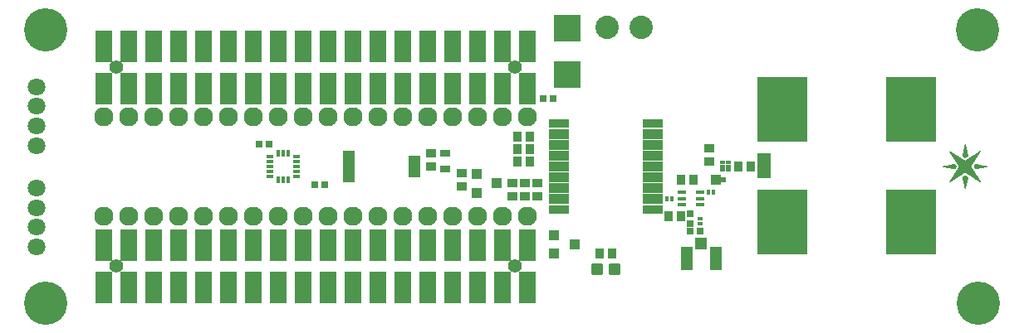
<source format=gts>
G75*
%MOIN*%
%OFA0B0*%
%FSLAX25Y25*%
%IPPOS*%
%LPD*%
%AMOC8*
5,1,8,0,0,1.08239X$1,22.5*
%
%ADD10R,0.02769X0.01784*%
%ADD11R,0.01784X0.02769*%
%ADD12R,0.02769X0.02769*%
%ADD13R,0.04300X0.03900*%
%ADD14C,0.09400*%
%ADD15R,0.10800X0.10800*%
%ADD16C,0.07700*%
%ADD17R,0.06800X0.12800*%
%ADD18C,0.05524*%
%ADD19C,0.01421*%
%ADD20R,0.03556X0.04343*%
%ADD21R,0.04343X0.03556*%
%ADD22R,0.07887X0.03556*%
%ADD23R,0.07887X0.03950*%
%ADD24R,0.04737X0.04934*%
%ADD25R,0.04934X0.09461*%
%ADD26R,0.03950X0.03162*%
%ADD27R,0.05524X0.09855*%
%ADD28R,0.20485X0.26391*%
%ADD29C,0.07099*%
%ADD30R,0.04737X0.08674*%
%ADD31R,0.05131X0.12611*%
%ADD32R,0.04343X0.03950*%
%ADD33R,0.03543X0.01772*%
%ADD34R,0.02178X0.02473*%
%ADD35R,0.02126X0.01339*%
%ADD36R,0.01784X0.02178*%
%ADD37R,0.02178X0.01784*%
%ADD38C,0.00100*%
%ADD39C,0.17398*%
D10*
X0135595Y0125191D03*
X0135595Y0127159D03*
X0135595Y0129128D03*
X0135595Y0131096D03*
X0135595Y0133065D03*
X0146225Y0133065D03*
X0146225Y0131096D03*
X0146225Y0129128D03*
X0146225Y0127159D03*
X0146225Y0125191D03*
D11*
X0142879Y0123813D03*
X0140910Y0123813D03*
X0138942Y0123813D03*
X0138942Y0134443D03*
X0140910Y0134443D03*
X0142879Y0134443D03*
D12*
X0135253Y0137990D03*
X0131253Y0137990D03*
X0153430Y0121962D03*
X0157430Y0121962D03*
X0245245Y0156592D03*
X0249245Y0156592D03*
X0304122Y0110093D03*
X0304122Y0106093D03*
X0304322Y0102993D03*
X0308322Y0102993D03*
D13*
X0226422Y0122389D03*
X0218422Y0118589D03*
X0218422Y0126189D03*
D14*
X0270863Y0185293D03*
X0284642Y0185293D03*
D15*
X0254839Y0184673D03*
X0254839Y0166173D03*
D16*
X0238934Y0149128D03*
X0228934Y0149128D03*
X0218934Y0149128D03*
X0208934Y0149128D03*
X0198934Y0149128D03*
X0188934Y0149128D03*
X0178934Y0149128D03*
X0168934Y0149128D03*
X0158934Y0149128D03*
X0148934Y0149128D03*
X0138934Y0149128D03*
X0128934Y0149128D03*
X0118934Y0149128D03*
X0108934Y0149128D03*
X0098934Y0149128D03*
X0088934Y0149128D03*
X0078934Y0149128D03*
X0068934Y0149128D03*
X0068934Y0109128D03*
X0078934Y0109128D03*
X0088934Y0109128D03*
X0098934Y0109128D03*
X0108934Y0109128D03*
X0118934Y0109128D03*
X0128934Y0109128D03*
X0138934Y0109128D03*
X0148934Y0109128D03*
X0158934Y0109128D03*
X0168934Y0109128D03*
X0178934Y0109128D03*
X0188934Y0109128D03*
X0198934Y0109128D03*
X0208934Y0109128D03*
X0218934Y0109128D03*
X0228934Y0109128D03*
X0238934Y0109128D03*
D17*
X0238934Y0097628D03*
X0228934Y0097628D03*
X0218934Y0097628D03*
X0208934Y0097628D03*
X0198934Y0097628D03*
X0188934Y0097628D03*
X0178934Y0097628D03*
X0168934Y0097628D03*
X0158934Y0097628D03*
X0148934Y0097628D03*
X0138934Y0097628D03*
X0128934Y0097628D03*
X0118934Y0097628D03*
X0108934Y0097628D03*
X0098934Y0097628D03*
X0088934Y0097628D03*
X0078934Y0097628D03*
X0068934Y0097628D03*
X0068934Y0080628D03*
X0078934Y0080628D03*
X0088934Y0080628D03*
X0098934Y0080628D03*
X0108934Y0080628D03*
X0118934Y0080628D03*
X0128934Y0080628D03*
X0138934Y0080628D03*
X0148934Y0080628D03*
X0158934Y0080628D03*
X0168934Y0080628D03*
X0178934Y0080628D03*
X0188934Y0080628D03*
X0198934Y0080628D03*
X0208934Y0080628D03*
X0218934Y0080628D03*
X0228934Y0080628D03*
X0238934Y0080628D03*
X0238934Y0160628D03*
X0228934Y0160628D03*
X0218934Y0160628D03*
X0208934Y0160628D03*
X0198934Y0160628D03*
X0188934Y0160628D03*
X0178934Y0160628D03*
X0168934Y0160628D03*
X0158934Y0160628D03*
X0148934Y0160628D03*
X0138934Y0160628D03*
X0128934Y0160628D03*
X0118934Y0160628D03*
X0108934Y0160628D03*
X0098934Y0160628D03*
X0088934Y0160628D03*
X0078934Y0160628D03*
X0068934Y0160628D03*
X0068934Y0177628D03*
X0078934Y0177628D03*
X0088934Y0177628D03*
X0098934Y0177628D03*
X0108934Y0177628D03*
X0118934Y0177628D03*
X0128934Y0177628D03*
X0138934Y0177628D03*
X0148934Y0177628D03*
X0158934Y0177628D03*
X0168934Y0177628D03*
X0178934Y0177628D03*
X0188934Y0177628D03*
X0198934Y0177628D03*
X0208934Y0177628D03*
X0218934Y0177628D03*
X0228934Y0177628D03*
X0238934Y0177628D03*
D18*
X0233934Y0169128D03*
X0233934Y0089128D03*
X0073934Y0089128D03*
X0073934Y0169128D03*
D19*
X0268631Y0089451D02*
X0268631Y0086135D01*
X0265315Y0086135D01*
X0265315Y0089451D01*
X0268631Y0089451D01*
X0268631Y0087555D02*
X0265315Y0087555D01*
X0265315Y0088975D02*
X0268631Y0088975D01*
X0275537Y0089451D02*
X0275537Y0086135D01*
X0272221Y0086135D01*
X0272221Y0089451D01*
X0275537Y0089451D01*
X0275537Y0087555D02*
X0272221Y0087555D01*
X0272221Y0088975D02*
X0275537Y0088975D01*
D20*
X0272977Y0094293D03*
X0267859Y0094293D03*
X0295363Y0109293D03*
X0300481Y0109293D03*
X0300363Y0123793D03*
X0305481Y0123793D03*
X0323363Y0129293D03*
X0328481Y0129293D03*
X0239981Y0131289D03*
X0234863Y0131289D03*
X0234863Y0136297D03*
X0239981Y0136297D03*
X0239981Y0141297D03*
X0234863Y0141297D03*
D21*
X0212422Y0126348D03*
X0212422Y0121230D03*
X0200087Y0129210D03*
X0200087Y0134328D03*
X0232926Y0122352D03*
X0237922Y0122352D03*
X0242926Y0122352D03*
X0242926Y0117234D03*
X0237922Y0117234D03*
X0232926Y0117234D03*
X0311922Y0131234D03*
X0311922Y0136352D03*
D22*
X0289040Y0146557D03*
X0251638Y0146557D03*
X0251638Y0111911D03*
X0289040Y0111911D03*
D23*
X0289040Y0116242D03*
X0289040Y0120573D03*
X0289040Y0124903D03*
X0289040Y0129234D03*
X0289040Y0133565D03*
X0289040Y0137895D03*
X0289040Y0142226D03*
X0251638Y0142226D03*
X0251638Y0137895D03*
X0251638Y0133565D03*
X0251638Y0129234D03*
X0251638Y0124903D03*
X0251638Y0120573D03*
X0251638Y0116242D03*
D24*
X0308572Y0098311D03*
D25*
X0314379Y0092297D03*
X0302764Y0092297D03*
D26*
X0205757Y0128120D03*
X0205757Y0134419D03*
D27*
X0333808Y0129403D03*
D28*
X0341288Y0152041D03*
X0392863Y0152041D03*
X0392863Y0106765D03*
X0341288Y0106765D03*
D29*
X0041926Y0104655D03*
X0041926Y0096781D03*
X0041926Y0112529D03*
X0041926Y0120403D03*
X0041926Y0137600D03*
X0041926Y0145474D03*
X0041926Y0153348D03*
X0041926Y0161222D03*
D30*
X0193420Y0129128D03*
D31*
X0167042Y0129128D03*
D32*
X0249481Y0101533D03*
X0257749Y0097793D03*
X0249481Y0094053D03*
D33*
X0300682Y0113734D03*
X0300682Y0116293D03*
X0300682Y0118852D03*
X0308162Y0118852D03*
X0308162Y0116293D03*
X0308162Y0113734D03*
D34*
X0313453Y0122661D03*
X0315422Y0122661D03*
X0315422Y0124925D03*
X0313453Y0124925D03*
X0317390Y0123793D03*
D35*
X0317241Y0127718D03*
X0317241Y0129293D03*
X0317241Y0130868D03*
X0319603Y0130868D03*
X0319603Y0129293D03*
X0319603Y0127718D03*
D36*
X0313406Y0118843D03*
X0311438Y0118843D03*
X0296906Y0116293D03*
X0294938Y0116293D03*
D37*
X0308322Y0108177D03*
X0308322Y0106209D03*
D38*
X0405622Y0129293D02*
X0410222Y0130193D01*
X0410822Y0129293D01*
X0410222Y0128393D01*
X0405622Y0129293D01*
X0405758Y0129320D02*
X0410804Y0129320D01*
X0410774Y0129221D02*
X0405989Y0129221D01*
X0406262Y0129418D02*
X0410738Y0129418D01*
X0410673Y0129517D02*
X0406765Y0129517D01*
X0406493Y0129123D02*
X0410708Y0129123D01*
X0410643Y0129024D02*
X0406996Y0129024D01*
X0407500Y0128926D02*
X0410577Y0128926D01*
X0410511Y0128827D02*
X0408003Y0128827D01*
X0408507Y0128729D02*
X0410446Y0128729D01*
X0410380Y0128630D02*
X0409010Y0128630D01*
X0409514Y0128532D02*
X0410314Y0128532D01*
X0410249Y0128433D02*
X0410017Y0128433D01*
X0410607Y0129615D02*
X0407269Y0129615D01*
X0407772Y0129714D02*
X0410541Y0129714D01*
X0410476Y0129812D02*
X0408276Y0129812D01*
X0408779Y0129911D02*
X0410410Y0129911D01*
X0410344Y0130009D02*
X0409283Y0130009D01*
X0409786Y0130108D02*
X0410279Y0130108D01*
X0411232Y0130699D02*
X0417498Y0130699D01*
X0417559Y0130797D02*
X0411169Y0130797D01*
X0411107Y0130896D02*
X0417620Y0130896D01*
X0417682Y0130994D02*
X0411044Y0130994D01*
X0410982Y0131093D02*
X0417743Y0131093D01*
X0417805Y0131191D02*
X0410920Y0131191D01*
X0410857Y0131290D02*
X0417866Y0131290D01*
X0417927Y0131388D02*
X0410795Y0131388D01*
X0410732Y0131487D02*
X0417989Y0131487D01*
X0418050Y0131585D02*
X0414564Y0131585D01*
X0414422Y0131493D02*
X0408322Y0135293D01*
X0412122Y0129293D01*
X0408322Y0123093D01*
X0414422Y0127093D01*
X0420622Y0122993D01*
X0416622Y0129293D01*
X0420422Y0135393D01*
X0414422Y0131493D01*
X0414274Y0131585D02*
X0410670Y0131585D01*
X0410608Y0131684D02*
X0414115Y0131684D01*
X0413957Y0131782D02*
X0410545Y0131782D01*
X0410483Y0131881D02*
X0413799Y0131881D01*
X0413641Y0131979D02*
X0410420Y0131979D01*
X0410358Y0132078D02*
X0413483Y0132078D01*
X0413325Y0132176D02*
X0410296Y0132176D01*
X0410233Y0132275D02*
X0413167Y0132275D01*
X0413008Y0132373D02*
X0410171Y0132373D01*
X0410109Y0132472D02*
X0412850Y0132472D01*
X0412692Y0132571D02*
X0410046Y0132571D01*
X0409984Y0132669D02*
X0412534Y0132669D01*
X0412376Y0132768D02*
X0409921Y0132768D01*
X0409859Y0132866D02*
X0412218Y0132866D01*
X0412060Y0132965D02*
X0409797Y0132965D01*
X0409734Y0133063D02*
X0411902Y0133063D01*
X0411743Y0133162D02*
X0409672Y0133162D01*
X0409609Y0133260D02*
X0411585Y0133260D01*
X0411427Y0133359D02*
X0409547Y0133359D01*
X0409485Y0133457D02*
X0411269Y0133457D01*
X0411111Y0133556D02*
X0409422Y0133556D01*
X0409360Y0133654D02*
X0410953Y0133654D01*
X0410795Y0133753D02*
X0409297Y0133753D01*
X0409235Y0133851D02*
X0410636Y0133851D01*
X0410478Y0133950D02*
X0409173Y0133950D01*
X0409110Y0134048D02*
X0410320Y0134048D01*
X0410162Y0134147D02*
X0409048Y0134147D01*
X0408985Y0134245D02*
X0410004Y0134245D01*
X0409846Y0134344D02*
X0408923Y0134344D01*
X0408861Y0134442D02*
X0409688Y0134442D01*
X0409529Y0134541D02*
X0408798Y0134541D01*
X0408736Y0134639D02*
X0409371Y0134639D01*
X0409213Y0134738D02*
X0408674Y0134738D01*
X0408611Y0134836D02*
X0409055Y0134836D01*
X0408897Y0134935D02*
X0408549Y0134935D01*
X0408486Y0135033D02*
X0408739Y0135033D01*
X0408581Y0135132D02*
X0408424Y0135132D01*
X0408423Y0135230D02*
X0408362Y0135230D01*
X0413564Y0134147D02*
X0415280Y0134147D01*
X0415258Y0134245D02*
X0413585Y0134245D01*
X0413607Y0134344D02*
X0415237Y0134344D01*
X0415216Y0134442D02*
X0413628Y0134442D01*
X0413650Y0134541D02*
X0415194Y0134541D01*
X0415173Y0134639D02*
X0413671Y0134639D01*
X0413693Y0134738D02*
X0415151Y0134738D01*
X0415130Y0134836D02*
X0413714Y0134836D01*
X0413735Y0134935D02*
X0415108Y0134935D01*
X0415087Y0135033D02*
X0413757Y0135033D01*
X0413778Y0135132D02*
X0415066Y0135132D01*
X0415044Y0135230D02*
X0413800Y0135230D01*
X0413821Y0135329D02*
X0415023Y0135329D01*
X0415001Y0135427D02*
X0413842Y0135427D01*
X0413864Y0135526D02*
X0414980Y0135526D01*
X0414959Y0135624D02*
X0413885Y0135624D01*
X0413907Y0135723D02*
X0414937Y0135723D01*
X0414916Y0135821D02*
X0413928Y0135821D01*
X0413950Y0135920D02*
X0414894Y0135920D01*
X0414873Y0136018D02*
X0413971Y0136018D01*
X0413992Y0136117D02*
X0414852Y0136117D01*
X0414830Y0136215D02*
X0414014Y0136215D01*
X0414035Y0136314D02*
X0414809Y0136314D01*
X0414787Y0136412D02*
X0414057Y0136412D01*
X0414078Y0136511D02*
X0414766Y0136511D01*
X0414744Y0136609D02*
X0414099Y0136609D01*
X0414121Y0136708D02*
X0414723Y0136708D01*
X0414702Y0136807D02*
X0414142Y0136807D01*
X0414164Y0136905D02*
X0414680Y0136905D01*
X0414659Y0137004D02*
X0414185Y0137004D01*
X0414206Y0137102D02*
X0414637Y0137102D01*
X0414616Y0137201D02*
X0414228Y0137201D01*
X0414249Y0137299D02*
X0414595Y0137299D01*
X0414573Y0137398D02*
X0414271Y0137398D01*
X0414292Y0137496D02*
X0414552Y0137496D01*
X0414530Y0137595D02*
X0414314Y0137595D01*
X0414335Y0137693D02*
X0414509Y0137693D01*
X0414487Y0137792D02*
X0414356Y0137792D01*
X0414378Y0137890D02*
X0414466Y0137890D01*
X0414445Y0137989D02*
X0414399Y0137989D01*
X0414421Y0138087D02*
X0414423Y0138087D01*
X0414422Y0138093D02*
X0415422Y0133493D01*
X0414422Y0132893D01*
X0413422Y0133493D01*
X0414422Y0138093D01*
X0418656Y0134245D02*
X0419707Y0134245D01*
X0419646Y0134147D02*
X0418505Y0134147D01*
X0418353Y0134048D02*
X0419584Y0134048D01*
X0419523Y0133950D02*
X0418201Y0133950D01*
X0418050Y0133851D02*
X0419461Y0133851D01*
X0419400Y0133753D02*
X0417898Y0133753D01*
X0417747Y0133654D02*
X0419339Y0133654D01*
X0419277Y0133556D02*
X0417595Y0133556D01*
X0417444Y0133457D02*
X0419216Y0133457D01*
X0419155Y0133359D02*
X0417292Y0133359D01*
X0417141Y0133260D02*
X0419093Y0133260D01*
X0419032Y0133162D02*
X0416989Y0133162D01*
X0416837Y0133063D02*
X0418970Y0133063D01*
X0418909Y0132965D02*
X0416686Y0132965D01*
X0416534Y0132866D02*
X0418848Y0132866D01*
X0418786Y0132768D02*
X0416383Y0132768D01*
X0416231Y0132669D02*
X0418725Y0132669D01*
X0418664Y0132571D02*
X0416080Y0132571D01*
X0415928Y0132472D02*
X0418602Y0132472D01*
X0418541Y0132373D02*
X0415777Y0132373D01*
X0415625Y0132275D02*
X0418480Y0132275D01*
X0418418Y0132176D02*
X0415473Y0132176D01*
X0415322Y0132078D02*
X0418357Y0132078D01*
X0418295Y0131979D02*
X0415170Y0131979D01*
X0415019Y0131881D02*
X0418234Y0131881D01*
X0418173Y0131782D02*
X0414867Y0131782D01*
X0414716Y0131684D02*
X0418111Y0131684D01*
X0417436Y0130600D02*
X0411294Y0130600D01*
X0411356Y0130502D02*
X0417375Y0130502D01*
X0417314Y0130403D02*
X0411419Y0130403D01*
X0411481Y0130305D02*
X0417252Y0130305D01*
X0417191Y0130206D02*
X0411544Y0130206D01*
X0411606Y0130108D02*
X0417129Y0130108D01*
X0417068Y0130009D02*
X0411668Y0130009D01*
X0411731Y0129911D02*
X0417007Y0129911D01*
X0416945Y0129812D02*
X0411793Y0129812D01*
X0411855Y0129714D02*
X0416884Y0129714D01*
X0416823Y0129615D02*
X0411918Y0129615D01*
X0411980Y0129517D02*
X0416761Y0129517D01*
X0416700Y0129418D02*
X0412043Y0129418D01*
X0412105Y0129320D02*
X0416639Y0129320D01*
X0416668Y0129221D02*
X0412078Y0129221D01*
X0412018Y0129123D02*
X0416730Y0129123D01*
X0416793Y0129024D02*
X0411957Y0129024D01*
X0411897Y0128926D02*
X0416855Y0128926D01*
X0416918Y0128827D02*
X0411836Y0128827D01*
X0411776Y0128729D02*
X0416980Y0128729D01*
X0417043Y0128630D02*
X0411716Y0128630D01*
X0411655Y0128532D02*
X0417105Y0128532D01*
X0417168Y0128433D02*
X0411595Y0128433D01*
X0411534Y0128335D02*
X0417230Y0128335D01*
X0417293Y0128236D02*
X0411474Y0128236D01*
X0411414Y0128138D02*
X0417356Y0128138D01*
X0417418Y0128039D02*
X0411353Y0128039D01*
X0411293Y0127940D02*
X0417481Y0127940D01*
X0417543Y0127842D02*
X0411233Y0127842D01*
X0411172Y0127743D02*
X0417606Y0127743D01*
X0417668Y0127645D02*
X0411112Y0127645D01*
X0411051Y0127546D02*
X0417731Y0127546D01*
X0417793Y0127448D02*
X0410991Y0127448D01*
X0410931Y0127349D02*
X0417856Y0127349D01*
X0417918Y0127251D02*
X0410870Y0127251D01*
X0410810Y0127152D02*
X0417981Y0127152D01*
X0418044Y0127054D02*
X0414481Y0127054D01*
X0414362Y0127054D02*
X0410750Y0127054D01*
X0410689Y0126955D02*
X0414212Y0126955D01*
X0414062Y0126857D02*
X0410629Y0126857D01*
X0410568Y0126758D02*
X0413912Y0126758D01*
X0413761Y0126660D02*
X0410508Y0126660D01*
X0410448Y0126561D02*
X0413611Y0126561D01*
X0413461Y0126463D02*
X0410387Y0126463D01*
X0410327Y0126364D02*
X0413311Y0126364D01*
X0413160Y0126266D02*
X0410267Y0126266D01*
X0410206Y0126167D02*
X0413010Y0126167D01*
X0412860Y0126069D02*
X0410146Y0126069D01*
X0410085Y0125970D02*
X0412710Y0125970D01*
X0412560Y0125872D02*
X0410025Y0125872D01*
X0409965Y0125773D02*
X0412409Y0125773D01*
X0412259Y0125675D02*
X0409904Y0125675D01*
X0409844Y0125576D02*
X0412109Y0125576D01*
X0411959Y0125478D02*
X0409784Y0125478D01*
X0409723Y0125379D02*
X0411808Y0125379D01*
X0411658Y0125281D02*
X0409663Y0125281D01*
X0409602Y0125182D02*
X0411508Y0125182D01*
X0411358Y0125084D02*
X0409542Y0125084D01*
X0409482Y0124985D02*
X0411207Y0124985D01*
X0411057Y0124887D02*
X0409421Y0124887D01*
X0409361Y0124788D02*
X0410907Y0124788D01*
X0410757Y0124690D02*
X0409300Y0124690D01*
X0409240Y0124591D02*
X0410607Y0124591D01*
X0410456Y0124493D02*
X0409180Y0124493D01*
X0409119Y0124394D02*
X0410306Y0124394D01*
X0410156Y0124296D02*
X0409059Y0124296D01*
X0408999Y0124197D02*
X0410006Y0124197D01*
X0409855Y0124099D02*
X0408938Y0124099D01*
X0408878Y0124000D02*
X0409705Y0124000D01*
X0409555Y0123902D02*
X0408817Y0123902D01*
X0408757Y0123803D02*
X0409405Y0123803D01*
X0409254Y0123705D02*
X0408697Y0123705D01*
X0408636Y0123606D02*
X0409104Y0123606D01*
X0408954Y0123507D02*
X0408576Y0123507D01*
X0408516Y0123409D02*
X0408804Y0123409D01*
X0408654Y0123310D02*
X0408455Y0123310D01*
X0408503Y0123212D02*
X0408395Y0123212D01*
X0408353Y0123113D02*
X0408334Y0123113D01*
X0413558Y0124296D02*
X0415286Y0124296D01*
X0415309Y0124394D02*
X0413535Y0124394D01*
X0413513Y0124493D02*
X0415331Y0124493D01*
X0415353Y0124591D02*
X0413491Y0124591D01*
X0413468Y0124690D02*
X0415376Y0124690D01*
X0415398Y0124788D02*
X0413446Y0124788D01*
X0413423Y0124887D02*
X0415420Y0124887D01*
X0415422Y0124893D02*
X0414422Y0125593D01*
X0413422Y0124893D01*
X0414422Y0120493D01*
X0415422Y0124893D01*
X0415290Y0124985D02*
X0413554Y0124985D01*
X0413694Y0125084D02*
X0415150Y0125084D01*
X0415009Y0125182D02*
X0413835Y0125182D01*
X0413976Y0125281D02*
X0414868Y0125281D01*
X0414727Y0125379D02*
X0414116Y0125379D01*
X0414257Y0125478D02*
X0414587Y0125478D01*
X0414446Y0125576D02*
X0414398Y0125576D01*
X0415077Y0126660D02*
X0418294Y0126660D01*
X0418231Y0126758D02*
X0414928Y0126758D01*
X0414779Y0126857D02*
X0418169Y0126857D01*
X0418106Y0126955D02*
X0414630Y0126955D01*
X0415226Y0126561D02*
X0418356Y0126561D01*
X0418419Y0126463D02*
X0415375Y0126463D01*
X0415524Y0126364D02*
X0418481Y0126364D01*
X0418544Y0126266D02*
X0415673Y0126266D01*
X0415822Y0126167D02*
X0418606Y0126167D01*
X0418669Y0126069D02*
X0415971Y0126069D01*
X0416120Y0125970D02*
X0418732Y0125970D01*
X0418794Y0125872D02*
X0416269Y0125872D01*
X0416418Y0125773D02*
X0418857Y0125773D01*
X0418919Y0125675D02*
X0416567Y0125675D01*
X0416716Y0125576D02*
X0418982Y0125576D01*
X0419044Y0125478D02*
X0416865Y0125478D01*
X0417013Y0125379D02*
X0419107Y0125379D01*
X0419169Y0125281D02*
X0417162Y0125281D01*
X0417311Y0125182D02*
X0419232Y0125182D01*
X0419295Y0125084D02*
X0417460Y0125084D01*
X0417609Y0124985D02*
X0419357Y0124985D01*
X0419420Y0124887D02*
X0417758Y0124887D01*
X0417907Y0124788D02*
X0419482Y0124788D01*
X0419545Y0124690D02*
X0418056Y0124690D01*
X0418205Y0124591D02*
X0419607Y0124591D01*
X0419670Y0124493D02*
X0418354Y0124493D01*
X0418503Y0124394D02*
X0419732Y0124394D01*
X0419795Y0124296D02*
X0418652Y0124296D01*
X0418801Y0124197D02*
X0419857Y0124197D01*
X0419920Y0124099D02*
X0418950Y0124099D01*
X0419099Y0124000D02*
X0419983Y0124000D01*
X0420045Y0123902D02*
X0419248Y0123902D01*
X0419397Y0123803D02*
X0420108Y0123803D01*
X0420170Y0123705D02*
X0419546Y0123705D01*
X0419695Y0123606D02*
X0420233Y0123606D01*
X0420295Y0123507D02*
X0419844Y0123507D01*
X0419993Y0123409D02*
X0420358Y0123409D01*
X0420420Y0123310D02*
X0420142Y0123310D01*
X0420291Y0123212D02*
X0420483Y0123212D01*
X0420440Y0123113D02*
X0420545Y0123113D01*
X0420589Y0123015D02*
X0420608Y0123015D01*
X0415264Y0124197D02*
X0413580Y0124197D01*
X0413602Y0124099D02*
X0415241Y0124099D01*
X0415219Y0124000D02*
X0413625Y0124000D01*
X0413647Y0123902D02*
X0415197Y0123902D01*
X0415174Y0123803D02*
X0413670Y0123803D01*
X0413692Y0123705D02*
X0415152Y0123705D01*
X0415129Y0123606D02*
X0413714Y0123606D01*
X0413737Y0123507D02*
X0415107Y0123507D01*
X0415085Y0123409D02*
X0413759Y0123409D01*
X0413782Y0123310D02*
X0415062Y0123310D01*
X0415040Y0123212D02*
X0413804Y0123212D01*
X0413826Y0123113D02*
X0415017Y0123113D01*
X0414995Y0123015D02*
X0413849Y0123015D01*
X0413871Y0122916D02*
X0414973Y0122916D01*
X0414950Y0122818D02*
X0413894Y0122818D01*
X0413916Y0122719D02*
X0414928Y0122719D01*
X0414906Y0122621D02*
X0413938Y0122621D01*
X0413961Y0122522D02*
X0414883Y0122522D01*
X0414861Y0122424D02*
X0413983Y0122424D01*
X0414005Y0122325D02*
X0414838Y0122325D01*
X0414816Y0122227D02*
X0414028Y0122227D01*
X0414050Y0122128D02*
X0414794Y0122128D01*
X0414771Y0122030D02*
X0414073Y0122030D01*
X0414095Y0121931D02*
X0414749Y0121931D01*
X0414726Y0121833D02*
X0414117Y0121833D01*
X0414140Y0121734D02*
X0414704Y0121734D01*
X0414682Y0121636D02*
X0414162Y0121636D01*
X0414185Y0121537D02*
X0414659Y0121537D01*
X0414637Y0121439D02*
X0414207Y0121439D01*
X0414229Y0121340D02*
X0414614Y0121340D01*
X0414592Y0121242D02*
X0414252Y0121242D01*
X0414274Y0121143D02*
X0414570Y0121143D01*
X0414547Y0121045D02*
X0414297Y0121045D01*
X0414319Y0120946D02*
X0414525Y0120946D01*
X0414503Y0120848D02*
X0414341Y0120848D01*
X0414364Y0120749D02*
X0414480Y0120749D01*
X0414458Y0120651D02*
X0414386Y0120651D01*
X0414408Y0120552D02*
X0414435Y0120552D01*
X0418622Y0128393D02*
X0423022Y0129293D01*
X0418622Y0130193D01*
X0418022Y0129293D01*
X0418622Y0128393D01*
X0418595Y0128433D02*
X0418818Y0128433D01*
X0418530Y0128532D02*
X0419299Y0128532D01*
X0419781Y0128630D02*
X0418464Y0128630D01*
X0418398Y0128729D02*
X0420263Y0128729D01*
X0420744Y0128827D02*
X0418333Y0128827D01*
X0418267Y0128926D02*
X0421226Y0128926D01*
X0421707Y0129024D02*
X0418201Y0129024D01*
X0418135Y0129123D02*
X0422189Y0129123D01*
X0422410Y0129418D02*
X0418105Y0129418D01*
X0418040Y0129320D02*
X0422892Y0129320D01*
X0422671Y0129221D02*
X0418070Y0129221D01*
X0418171Y0129517D02*
X0421928Y0129517D01*
X0421447Y0129615D02*
X0418237Y0129615D01*
X0418302Y0129714D02*
X0420965Y0129714D01*
X0420484Y0129812D02*
X0418368Y0129812D01*
X0418434Y0129911D02*
X0420002Y0129911D01*
X0419520Y0130009D02*
X0418499Y0130009D01*
X0418565Y0130108D02*
X0419039Y0130108D01*
X0415362Y0133457D02*
X0413482Y0133457D01*
X0413436Y0133556D02*
X0415408Y0133556D01*
X0415387Y0133654D02*
X0413457Y0133654D01*
X0413478Y0133753D02*
X0415365Y0133753D01*
X0415344Y0133851D02*
X0413500Y0133851D01*
X0413521Y0133950D02*
X0415323Y0133950D01*
X0415301Y0134048D02*
X0413543Y0134048D01*
X0413646Y0133359D02*
X0415198Y0133359D01*
X0415034Y0133260D02*
X0413810Y0133260D01*
X0413974Y0133162D02*
X0414870Y0133162D01*
X0414705Y0133063D02*
X0414138Y0133063D01*
X0414303Y0132965D02*
X0414541Y0132965D01*
X0418808Y0134344D02*
X0419768Y0134344D01*
X0419830Y0134442D02*
X0418959Y0134442D01*
X0419111Y0134541D02*
X0419891Y0134541D01*
X0419952Y0134639D02*
X0419262Y0134639D01*
X0419414Y0134738D02*
X0420014Y0134738D01*
X0420075Y0134836D02*
X0419565Y0134836D01*
X0419717Y0134935D02*
X0420136Y0134935D01*
X0420198Y0135033D02*
X0419869Y0135033D01*
X0420020Y0135132D02*
X0420259Y0135132D01*
X0420321Y0135230D02*
X0420172Y0135230D01*
X0420323Y0135329D02*
X0420382Y0135329D01*
D39*
X0045666Y0074041D03*
X0045666Y0184277D03*
X0419646Y0184277D03*
X0419682Y0074041D03*
M02*

</source>
